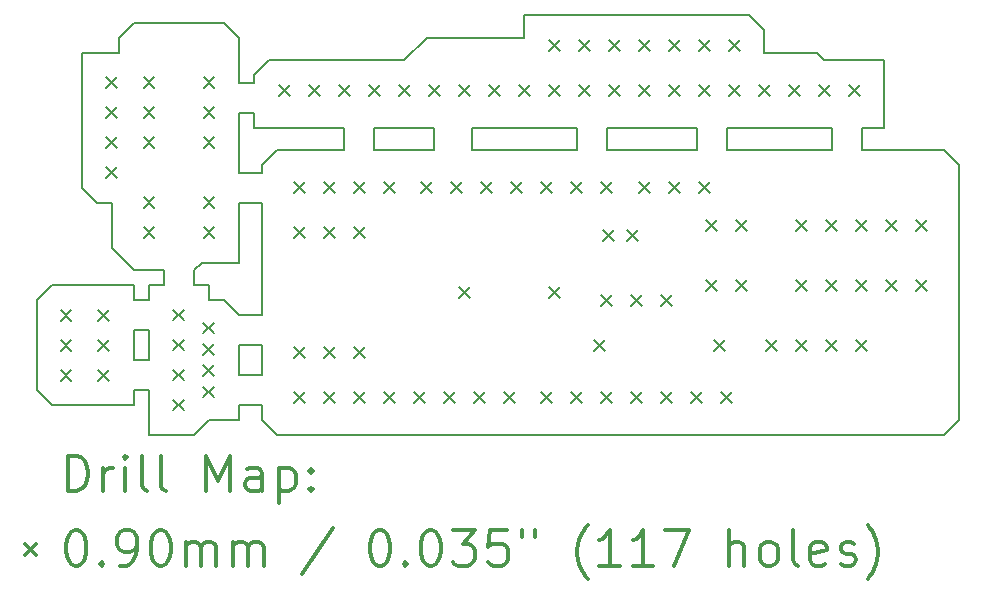
<source format=gbr>
%FSLAX45Y45*%
G04 Gerber Fmt 4.5, Leading zero omitted, Abs format (unit mm)*
G04 Created by KiCad (PCBNEW 4.0.7-e1-6374~58~ubuntu16.04.1) date Tue Aug  8 22:46:09 2017*
%MOMM*%
%LPD*%
G01*
G04 APERTURE LIST*
%ADD10C,0.127000*%
%ADD11C,0.150000*%
%ADD12C,0.200000*%
%ADD13C,0.300000*%
G04 APERTURE END LIST*
D10*
D11*
X16764000Y-13525500D02*
X16764000Y-14033500D01*
X16256000Y-13525500D02*
X16764000Y-13525500D01*
X16192500Y-13462000D02*
X16256000Y-13525500D01*
X16129000Y-13462000D02*
X16192500Y-13462000D01*
X15748000Y-13462000D02*
X16129000Y-13462000D01*
X15748000Y-13271500D02*
X15748000Y-13462000D01*
X15621000Y-13144500D02*
X15748000Y-13271500D01*
X13716000Y-13144500D02*
X15621000Y-13144500D01*
X13716000Y-13335000D02*
X13716000Y-13144500D01*
X12890500Y-13335000D02*
X13716000Y-13335000D01*
X12700000Y-13525500D02*
X12890500Y-13335000D01*
X11557000Y-13525500D02*
X12700000Y-13525500D01*
X11430000Y-13652500D02*
X11557000Y-13525500D01*
X11430000Y-13716000D02*
X11430000Y-13652500D01*
X16764000Y-14097000D02*
X16764000Y-14033500D01*
X15176500Y-14097000D02*
X14414500Y-14097000D01*
X14160500Y-14097000D02*
X13271500Y-14097000D01*
X16319500Y-14097000D02*
X15430500Y-14097000D01*
X12954000Y-14097000D02*
X12446000Y-14097000D01*
X11430000Y-13970000D02*
X11430000Y-14097000D01*
X12192000Y-14097000D02*
X12192000Y-14224000D01*
X11430000Y-14097000D02*
X12192000Y-14097000D01*
X16764000Y-14097000D02*
X16573500Y-14097000D01*
X11430000Y-13652500D02*
X11430000Y-13716000D01*
X11430000Y-13716000D02*
X11303000Y-13716000D01*
X11303000Y-13970000D02*
X11430000Y-13970000D01*
X12192000Y-14287500D02*
X12192000Y-14224000D01*
X12446000Y-14097000D02*
X12446000Y-14287500D01*
X12954000Y-14287500D02*
X12954000Y-14097000D01*
X13271500Y-14097000D02*
X13271500Y-14287500D01*
X14160500Y-14287500D02*
X14160500Y-14097000D01*
X14414500Y-14097000D02*
X14414500Y-14287500D01*
X15176500Y-14287500D02*
X15176500Y-14097000D01*
X15430500Y-14097000D02*
X15430500Y-14287500D01*
X16319500Y-14287500D02*
X16319500Y-14097000D01*
X16573500Y-14097000D02*
X16573500Y-14287500D01*
X11493500Y-16192500D02*
X11430000Y-16192500D01*
X11493500Y-15938500D02*
X11493500Y-16192500D01*
X11430000Y-15938500D02*
X11493500Y-15938500D01*
X11493500Y-16446500D02*
X11430000Y-16446500D01*
X11493500Y-16510000D02*
X11493500Y-16446500D01*
X11493500Y-15684500D02*
X11493500Y-14732000D01*
X11430000Y-15684500D02*
X11493500Y-15684500D01*
X10922000Y-15303500D02*
X10922000Y-15430500D01*
X10668000Y-15430500D02*
X10668000Y-15303500D01*
X17272000Y-14287500D02*
X16764000Y-14287500D01*
X17272000Y-14287500D02*
X17399000Y-14414500D01*
X17399000Y-16573500D02*
X17399000Y-14414500D01*
X17272000Y-16700500D02*
X17399000Y-16573500D01*
X11620500Y-16700500D02*
X17272000Y-16700500D01*
X11493500Y-16510000D02*
X11493500Y-16573500D01*
X11493500Y-16573500D02*
X11620500Y-16700500D01*
X14414500Y-14287500D02*
X15176500Y-14287500D01*
X13271500Y-14287500D02*
X14160500Y-14287500D01*
X15430500Y-14287500D02*
X16319500Y-14287500D01*
X12446000Y-14287500D02*
X12954000Y-14287500D01*
X11493500Y-14732000D02*
X11430000Y-14732000D01*
X11620500Y-14287500D02*
X12192000Y-14287500D01*
X11493500Y-14414500D02*
X11620500Y-14287500D01*
X11493500Y-14478000D02*
X11493500Y-14414500D01*
X11430000Y-14478000D02*
X11493500Y-14478000D01*
X11303000Y-16446500D02*
X11430000Y-16446500D01*
X11303000Y-16446500D02*
X11303000Y-16573500D01*
X11303000Y-16192500D02*
X11303000Y-15938500D01*
X11430000Y-16192500D02*
X11303000Y-16192500D01*
X11303000Y-15938500D02*
X11430000Y-15938500D01*
X11303000Y-15684500D02*
X11430000Y-15684500D01*
X11176000Y-15557500D02*
X11049000Y-15557500D01*
X11176000Y-15557500D02*
X11303000Y-15684500D01*
X11303000Y-15240000D02*
X11303000Y-14732000D01*
X11303000Y-14732000D02*
X11430000Y-14732000D01*
X11303000Y-14097000D02*
X11303000Y-13970000D01*
X11430000Y-14478000D02*
X11303000Y-14478000D01*
X11303000Y-14097000D02*
X11303000Y-14478000D01*
X10541000Y-16065500D02*
X10414000Y-16065500D01*
X10541000Y-15811500D02*
X10541000Y-16065500D01*
X10414000Y-15811500D02*
X10541000Y-15811500D01*
X10414000Y-16065500D02*
X10414000Y-15811500D01*
X10922000Y-15430500D02*
X11049000Y-15430500D01*
X10668000Y-15303500D02*
X10414000Y-15303500D01*
X10541000Y-15430500D02*
X10668000Y-15430500D01*
X10541000Y-15557500D02*
X10541000Y-15430500D01*
X10414000Y-15557500D02*
X10541000Y-15557500D01*
X10414000Y-16319500D02*
X10541000Y-16319500D01*
X11049000Y-15430500D02*
X11049000Y-15557500D01*
X10541000Y-16700500D02*
X10541000Y-16319500D01*
X11049000Y-16573500D02*
X11303000Y-16573500D01*
X10922000Y-16700500D02*
X11049000Y-16573500D01*
X10541000Y-16700500D02*
X10922000Y-16700500D01*
X10414000Y-16446500D02*
X10414000Y-16319500D01*
X10287000Y-16446500D02*
X10414000Y-16446500D01*
X10414000Y-15430500D02*
X10414000Y-15557500D01*
X10287000Y-15430500D02*
X10414000Y-15430500D01*
X9715500Y-16446500D02*
X10287000Y-16446500D01*
X9588500Y-16319500D02*
X9715500Y-16446500D01*
X9588500Y-15557500D02*
X9588500Y-16319500D01*
X9715500Y-15430500D02*
X9588500Y-15557500D01*
X10287000Y-15430500D02*
X9715500Y-15430500D01*
X10985500Y-15240000D02*
X11303000Y-15240000D01*
X10922000Y-15303500D02*
X10985500Y-15240000D01*
X10223500Y-15113000D02*
X10414000Y-15303500D01*
X10223500Y-14859000D02*
X10223500Y-15113000D01*
X10223500Y-14732000D02*
X10223500Y-14859000D01*
X10096500Y-14732000D02*
X10223500Y-14732000D01*
X9969500Y-14605000D02*
X10096500Y-14732000D01*
X9969500Y-13462000D02*
X9969500Y-14605000D01*
X10287000Y-13462000D02*
X9969500Y-13462000D01*
X10287000Y-13335000D02*
X10287000Y-13462000D01*
X10414000Y-13208000D02*
X10287000Y-13335000D01*
X11049000Y-13208000D02*
X10414000Y-13208000D01*
X11176000Y-13208000D02*
X11049000Y-13208000D01*
X11303000Y-13335000D02*
X11176000Y-13208000D01*
X11303000Y-13716000D02*
X11303000Y-13335000D01*
X16764000Y-14287500D02*
X16573500Y-14287500D01*
D12*
X9792239Y-15640776D02*
X9882239Y-15730776D01*
X9882239Y-15640776D02*
X9792239Y-15730776D01*
X9792239Y-15894776D02*
X9882239Y-15984776D01*
X9882239Y-15894776D02*
X9792239Y-15984776D01*
X9792239Y-16148776D02*
X9882239Y-16238776D01*
X9882239Y-16148776D02*
X9792239Y-16238776D01*
X10109740Y-15640776D02*
X10199740Y-15730776D01*
X10199740Y-15640776D02*
X10109740Y-15730776D01*
X10109740Y-15894776D02*
X10199740Y-15984776D01*
X10199740Y-15894776D02*
X10109740Y-15984776D01*
X10109740Y-16148776D02*
X10199740Y-16238776D01*
X10199740Y-16148776D02*
X10109740Y-16238776D01*
X10178500Y-13671000D02*
X10268500Y-13761000D01*
X10268500Y-13671000D02*
X10178500Y-13761000D01*
X10178500Y-13925000D02*
X10268500Y-14015000D01*
X10268500Y-13925000D02*
X10178500Y-14015000D01*
X10178500Y-14179000D02*
X10268500Y-14269000D01*
X10268500Y-14179000D02*
X10178500Y-14269000D01*
X10178500Y-14433000D02*
X10268500Y-14523000D01*
X10268500Y-14433000D02*
X10178500Y-14523000D01*
X10494405Y-13667148D02*
X10584405Y-13757148D01*
X10584405Y-13667148D02*
X10494405Y-13757148D01*
X10494405Y-13921148D02*
X10584405Y-14011148D01*
X10584405Y-13921148D02*
X10494405Y-14011148D01*
X10494405Y-14175148D02*
X10584405Y-14265148D01*
X10584405Y-14175148D02*
X10494405Y-14265148D01*
X10494405Y-14683148D02*
X10584405Y-14773148D01*
X10584405Y-14683148D02*
X10494405Y-14773148D01*
X10494405Y-14937148D02*
X10584405Y-15027148D01*
X10584405Y-14937148D02*
X10494405Y-15027148D01*
X10742957Y-15637066D02*
X10832957Y-15727066D01*
X10832957Y-15637066D02*
X10742957Y-15727066D01*
X10742957Y-15891066D02*
X10832957Y-15981066D01*
X10832957Y-15891066D02*
X10742957Y-15981066D01*
X10742957Y-16145066D02*
X10832957Y-16235066D01*
X10832957Y-16145066D02*
X10742957Y-16235066D01*
X10742957Y-16399066D02*
X10832957Y-16489066D01*
X10832957Y-16399066D02*
X10742957Y-16489066D01*
X10996957Y-15748066D02*
X11086957Y-15838066D01*
X11086957Y-15748066D02*
X10996957Y-15838066D01*
X10996957Y-15928066D02*
X11086957Y-16018066D01*
X11086957Y-15928066D02*
X10996957Y-16018066D01*
X10996957Y-16108066D02*
X11086957Y-16198066D01*
X11086957Y-16108066D02*
X10996957Y-16198066D01*
X10996957Y-16288066D02*
X11086957Y-16378066D01*
X11086957Y-16288066D02*
X10996957Y-16378066D01*
X11002405Y-13667148D02*
X11092405Y-13757148D01*
X11092405Y-13667148D02*
X11002405Y-13757148D01*
X11002405Y-13921148D02*
X11092405Y-14011148D01*
X11092405Y-13921148D02*
X11002405Y-14011148D01*
X11002405Y-14175148D02*
X11092405Y-14265148D01*
X11092405Y-14175148D02*
X11002405Y-14265148D01*
X11002405Y-14683148D02*
X11092405Y-14773148D01*
X11092405Y-14683148D02*
X11002405Y-14773148D01*
X11002405Y-14937148D02*
X11092405Y-15027148D01*
X11092405Y-14937148D02*
X11002405Y-15027148D01*
X11639000Y-13734500D02*
X11729000Y-13824500D01*
X11729000Y-13734500D02*
X11639000Y-13824500D01*
X11766000Y-14560000D02*
X11856000Y-14650000D01*
X11856000Y-14560000D02*
X11766000Y-14650000D01*
X11766000Y-14941000D02*
X11856000Y-15031000D01*
X11856000Y-14941000D02*
X11766000Y-15031000D01*
X11766000Y-15957000D02*
X11856000Y-16047000D01*
X11856000Y-15957000D02*
X11766000Y-16047000D01*
X11766000Y-16338000D02*
X11856000Y-16428000D01*
X11856000Y-16338000D02*
X11766000Y-16428000D01*
X11893000Y-13734500D02*
X11983000Y-13824500D01*
X11983000Y-13734500D02*
X11893000Y-13824500D01*
X12020000Y-14560000D02*
X12110000Y-14650000D01*
X12110000Y-14560000D02*
X12020000Y-14650000D01*
X12020000Y-14941000D02*
X12110000Y-15031000D01*
X12110000Y-14941000D02*
X12020000Y-15031000D01*
X12020000Y-15957000D02*
X12110000Y-16047000D01*
X12110000Y-15957000D02*
X12020000Y-16047000D01*
X12020000Y-16338000D02*
X12110000Y-16428000D01*
X12110000Y-16338000D02*
X12020000Y-16428000D01*
X12147000Y-13734500D02*
X12237000Y-13824500D01*
X12237000Y-13734500D02*
X12147000Y-13824500D01*
X12274000Y-14560000D02*
X12364000Y-14650000D01*
X12364000Y-14560000D02*
X12274000Y-14650000D01*
X12274000Y-14941000D02*
X12364000Y-15031000D01*
X12364000Y-14941000D02*
X12274000Y-15031000D01*
X12274000Y-15957000D02*
X12364000Y-16047000D01*
X12364000Y-15957000D02*
X12274000Y-16047000D01*
X12274000Y-16338000D02*
X12364000Y-16428000D01*
X12364000Y-16338000D02*
X12274000Y-16428000D01*
X12401000Y-13734500D02*
X12491000Y-13824500D01*
X12491000Y-13734500D02*
X12401000Y-13824500D01*
X12528000Y-14560000D02*
X12618000Y-14650000D01*
X12618000Y-14560000D02*
X12528000Y-14650000D01*
X12528000Y-16338000D02*
X12618000Y-16428000D01*
X12618000Y-16338000D02*
X12528000Y-16428000D01*
X12655000Y-13734500D02*
X12745000Y-13824500D01*
X12745000Y-13734500D02*
X12655000Y-13824500D01*
X12782000Y-16338000D02*
X12872000Y-16428000D01*
X12872000Y-16338000D02*
X12782000Y-16428000D01*
X12845500Y-14560000D02*
X12935500Y-14650000D01*
X12935500Y-14560000D02*
X12845500Y-14650000D01*
X12909000Y-13734500D02*
X12999000Y-13824500D01*
X12999000Y-13734500D02*
X12909000Y-13824500D01*
X13036000Y-16338000D02*
X13126000Y-16428000D01*
X13126000Y-16338000D02*
X13036000Y-16428000D01*
X13099500Y-14560000D02*
X13189500Y-14650000D01*
X13189500Y-14560000D02*
X13099500Y-14650000D01*
X13163000Y-13734500D02*
X13253000Y-13824500D01*
X13253000Y-13734500D02*
X13163000Y-13824500D01*
X13163000Y-15449000D02*
X13253000Y-15539000D01*
X13253000Y-15449000D02*
X13163000Y-15539000D01*
X13290000Y-16338000D02*
X13380000Y-16428000D01*
X13380000Y-16338000D02*
X13290000Y-16428000D01*
X13353500Y-14560000D02*
X13443500Y-14650000D01*
X13443500Y-14560000D02*
X13353500Y-14650000D01*
X13417000Y-13734500D02*
X13507000Y-13824500D01*
X13507000Y-13734500D02*
X13417000Y-13824500D01*
X13544000Y-16338000D02*
X13634000Y-16428000D01*
X13634000Y-16338000D02*
X13544000Y-16428000D01*
X13607500Y-14560000D02*
X13697500Y-14650000D01*
X13697500Y-14560000D02*
X13607500Y-14650000D01*
X13671000Y-13734500D02*
X13761000Y-13824500D01*
X13761000Y-13734500D02*
X13671000Y-13824500D01*
X13861500Y-14560000D02*
X13951500Y-14650000D01*
X13951500Y-14560000D02*
X13861500Y-14650000D01*
X13861500Y-16338000D02*
X13951500Y-16428000D01*
X13951500Y-16338000D02*
X13861500Y-16428000D01*
X13925000Y-13353500D02*
X14015000Y-13443500D01*
X14015000Y-13353500D02*
X13925000Y-13443500D01*
X13925000Y-13734500D02*
X14015000Y-13824500D01*
X14015000Y-13734500D02*
X13925000Y-13824500D01*
X13925000Y-15449000D02*
X14015000Y-15539000D01*
X14015000Y-15449000D02*
X13925000Y-15539000D01*
X14115500Y-14560000D02*
X14205500Y-14650000D01*
X14205500Y-14560000D02*
X14115500Y-14650000D01*
X14115500Y-16338000D02*
X14205500Y-16428000D01*
X14205500Y-16338000D02*
X14115500Y-16428000D01*
X14179000Y-13353500D02*
X14269000Y-13443500D01*
X14269000Y-13353500D02*
X14179000Y-13443500D01*
X14179000Y-13734500D02*
X14269000Y-13824500D01*
X14269000Y-13734500D02*
X14179000Y-13824500D01*
X14306000Y-15893500D02*
X14396000Y-15983500D01*
X14396000Y-15893500D02*
X14306000Y-15983500D01*
X14369500Y-14560000D02*
X14459500Y-14650000D01*
X14459500Y-14560000D02*
X14369500Y-14650000D01*
X14369500Y-15512500D02*
X14459500Y-15602500D01*
X14459500Y-15512500D02*
X14369500Y-15602500D01*
X14369500Y-16338000D02*
X14459500Y-16428000D01*
X14459500Y-16338000D02*
X14369500Y-16428000D01*
X14382200Y-14966400D02*
X14472200Y-15056400D01*
X14472200Y-14966400D02*
X14382200Y-15056400D01*
X14433000Y-13353500D02*
X14523000Y-13443500D01*
X14523000Y-13353500D02*
X14433000Y-13443500D01*
X14433000Y-13734500D02*
X14523000Y-13824500D01*
X14523000Y-13734500D02*
X14433000Y-13824500D01*
X14585400Y-14966400D02*
X14675400Y-15056400D01*
X14675400Y-14966400D02*
X14585400Y-15056400D01*
X14623500Y-15512500D02*
X14713500Y-15602500D01*
X14713500Y-15512500D02*
X14623500Y-15602500D01*
X14623500Y-16338000D02*
X14713500Y-16428000D01*
X14713500Y-16338000D02*
X14623500Y-16428000D01*
X14687000Y-13353500D02*
X14777000Y-13443500D01*
X14777000Y-13353500D02*
X14687000Y-13443500D01*
X14687000Y-13734500D02*
X14777000Y-13824500D01*
X14777000Y-13734500D02*
X14687000Y-13824500D01*
X14687000Y-14560000D02*
X14777000Y-14650000D01*
X14777000Y-14560000D02*
X14687000Y-14650000D01*
X14877500Y-15512500D02*
X14967500Y-15602500D01*
X14967500Y-15512500D02*
X14877500Y-15602500D01*
X14877500Y-16338000D02*
X14967500Y-16428000D01*
X14967500Y-16338000D02*
X14877500Y-16428000D01*
X14941000Y-13353500D02*
X15031000Y-13443500D01*
X15031000Y-13353500D02*
X14941000Y-13443500D01*
X14941000Y-13734500D02*
X15031000Y-13824500D01*
X15031000Y-13734500D02*
X14941000Y-13824500D01*
X14941000Y-14560000D02*
X15031000Y-14650000D01*
X15031000Y-14560000D02*
X14941000Y-14650000D01*
X15131500Y-16338000D02*
X15221500Y-16428000D01*
X15221500Y-16338000D02*
X15131500Y-16428000D01*
X15195000Y-13353500D02*
X15285000Y-13443500D01*
X15285000Y-13353500D02*
X15195000Y-13443500D01*
X15195000Y-13734500D02*
X15285000Y-13824500D01*
X15285000Y-13734500D02*
X15195000Y-13824500D01*
X15195000Y-14560000D02*
X15285000Y-14650000D01*
X15285000Y-14560000D02*
X15195000Y-14650000D01*
X15258500Y-14877500D02*
X15348500Y-14967500D01*
X15348500Y-14877500D02*
X15258500Y-14967500D01*
X15258500Y-15385500D02*
X15348500Y-15475500D01*
X15348500Y-15385500D02*
X15258500Y-15475500D01*
X15322000Y-15893500D02*
X15412000Y-15983500D01*
X15412000Y-15893500D02*
X15322000Y-15983500D01*
X15385500Y-16338000D02*
X15475500Y-16428000D01*
X15475500Y-16338000D02*
X15385500Y-16428000D01*
X15449000Y-13353500D02*
X15539000Y-13443500D01*
X15539000Y-13353500D02*
X15449000Y-13443500D01*
X15449000Y-13734500D02*
X15539000Y-13824500D01*
X15539000Y-13734500D02*
X15449000Y-13824500D01*
X15512500Y-14877500D02*
X15602500Y-14967500D01*
X15602500Y-14877500D02*
X15512500Y-14967500D01*
X15512500Y-15385500D02*
X15602500Y-15475500D01*
X15602500Y-15385500D02*
X15512500Y-15475500D01*
X15703000Y-13734500D02*
X15793000Y-13824500D01*
X15793000Y-13734500D02*
X15703000Y-13824500D01*
X15766500Y-15893500D02*
X15856500Y-15983500D01*
X15856500Y-15893500D02*
X15766500Y-15983500D01*
X15957000Y-13734500D02*
X16047000Y-13824500D01*
X16047000Y-13734500D02*
X15957000Y-13824500D01*
X16020500Y-14877500D02*
X16110500Y-14967500D01*
X16110500Y-14877500D02*
X16020500Y-14967500D01*
X16020500Y-15385500D02*
X16110500Y-15475500D01*
X16110500Y-15385500D02*
X16020500Y-15475500D01*
X16020500Y-15893500D02*
X16110500Y-15983500D01*
X16110500Y-15893500D02*
X16020500Y-15983500D01*
X16211000Y-13734500D02*
X16301000Y-13824500D01*
X16301000Y-13734500D02*
X16211000Y-13824500D01*
X16274500Y-14877500D02*
X16364500Y-14967500D01*
X16364500Y-14877500D02*
X16274500Y-14967500D01*
X16274500Y-15385500D02*
X16364500Y-15475500D01*
X16364500Y-15385500D02*
X16274500Y-15475500D01*
X16274500Y-15893500D02*
X16364500Y-15983500D01*
X16364500Y-15893500D02*
X16274500Y-15983500D01*
X16465000Y-13734500D02*
X16555000Y-13824500D01*
X16555000Y-13734500D02*
X16465000Y-13824500D01*
X16528500Y-14877500D02*
X16618500Y-14967500D01*
X16618500Y-14877500D02*
X16528500Y-14967500D01*
X16528500Y-15385500D02*
X16618500Y-15475500D01*
X16618500Y-15385500D02*
X16528500Y-15475500D01*
X16528500Y-15893500D02*
X16618500Y-15983500D01*
X16618500Y-15893500D02*
X16528500Y-15983500D01*
X16782500Y-14877500D02*
X16872500Y-14967500D01*
X16872500Y-14877500D02*
X16782500Y-14967500D01*
X16782500Y-15385500D02*
X16872500Y-15475500D01*
X16872500Y-15385500D02*
X16782500Y-15475500D01*
X17036500Y-14877500D02*
X17126500Y-14967500D01*
X17126500Y-14877500D02*
X17036500Y-14967500D01*
X17036500Y-15385500D02*
X17126500Y-15475500D01*
X17126500Y-15385500D02*
X17036500Y-15475500D01*
D13*
X9852429Y-17173714D02*
X9852429Y-16873714D01*
X9923857Y-16873714D01*
X9966714Y-16888000D01*
X9995286Y-16916572D01*
X10009571Y-16945143D01*
X10023857Y-17002286D01*
X10023857Y-17045143D01*
X10009571Y-17102286D01*
X9995286Y-17130857D01*
X9966714Y-17159429D01*
X9923857Y-17173714D01*
X9852429Y-17173714D01*
X10152429Y-17173714D02*
X10152429Y-16973714D01*
X10152429Y-17030857D02*
X10166714Y-17002286D01*
X10181000Y-16988000D01*
X10209571Y-16973714D01*
X10238143Y-16973714D01*
X10338143Y-17173714D02*
X10338143Y-16973714D01*
X10338143Y-16873714D02*
X10323857Y-16888000D01*
X10338143Y-16902286D01*
X10352429Y-16888000D01*
X10338143Y-16873714D01*
X10338143Y-16902286D01*
X10523857Y-17173714D02*
X10495286Y-17159429D01*
X10481000Y-17130857D01*
X10481000Y-16873714D01*
X10681000Y-17173714D02*
X10652429Y-17159429D01*
X10638143Y-17130857D01*
X10638143Y-16873714D01*
X11023857Y-17173714D02*
X11023857Y-16873714D01*
X11123857Y-17088000D01*
X11223857Y-16873714D01*
X11223857Y-17173714D01*
X11495286Y-17173714D02*
X11495286Y-17016572D01*
X11481000Y-16988000D01*
X11452428Y-16973714D01*
X11395286Y-16973714D01*
X11366714Y-16988000D01*
X11495286Y-17159429D02*
X11466714Y-17173714D01*
X11395286Y-17173714D01*
X11366714Y-17159429D01*
X11352428Y-17130857D01*
X11352428Y-17102286D01*
X11366714Y-17073714D01*
X11395286Y-17059429D01*
X11466714Y-17059429D01*
X11495286Y-17045143D01*
X11638143Y-16973714D02*
X11638143Y-17273714D01*
X11638143Y-16988000D02*
X11666714Y-16973714D01*
X11723857Y-16973714D01*
X11752428Y-16988000D01*
X11766714Y-17002286D01*
X11781000Y-17030857D01*
X11781000Y-17116572D01*
X11766714Y-17145143D01*
X11752428Y-17159429D01*
X11723857Y-17173714D01*
X11666714Y-17173714D01*
X11638143Y-17159429D01*
X11909571Y-17145143D02*
X11923857Y-17159429D01*
X11909571Y-17173714D01*
X11895286Y-17159429D01*
X11909571Y-17145143D01*
X11909571Y-17173714D01*
X11909571Y-16988000D02*
X11923857Y-17002286D01*
X11909571Y-17016572D01*
X11895286Y-17002286D01*
X11909571Y-16988000D01*
X11909571Y-17016572D01*
X9491000Y-17623000D02*
X9581000Y-17713000D01*
X9581000Y-17623000D02*
X9491000Y-17713000D01*
X9909571Y-17503714D02*
X9938143Y-17503714D01*
X9966714Y-17518000D01*
X9981000Y-17532286D01*
X9995286Y-17560857D01*
X10009571Y-17618000D01*
X10009571Y-17689429D01*
X9995286Y-17746572D01*
X9981000Y-17775143D01*
X9966714Y-17789429D01*
X9938143Y-17803714D01*
X9909571Y-17803714D01*
X9881000Y-17789429D01*
X9866714Y-17775143D01*
X9852429Y-17746572D01*
X9838143Y-17689429D01*
X9838143Y-17618000D01*
X9852429Y-17560857D01*
X9866714Y-17532286D01*
X9881000Y-17518000D01*
X9909571Y-17503714D01*
X10138143Y-17775143D02*
X10152429Y-17789429D01*
X10138143Y-17803714D01*
X10123857Y-17789429D01*
X10138143Y-17775143D01*
X10138143Y-17803714D01*
X10295286Y-17803714D02*
X10352428Y-17803714D01*
X10381000Y-17789429D01*
X10395286Y-17775143D01*
X10423857Y-17732286D01*
X10438143Y-17675143D01*
X10438143Y-17560857D01*
X10423857Y-17532286D01*
X10409571Y-17518000D01*
X10381000Y-17503714D01*
X10323857Y-17503714D01*
X10295286Y-17518000D01*
X10281000Y-17532286D01*
X10266714Y-17560857D01*
X10266714Y-17632286D01*
X10281000Y-17660857D01*
X10295286Y-17675143D01*
X10323857Y-17689429D01*
X10381000Y-17689429D01*
X10409571Y-17675143D01*
X10423857Y-17660857D01*
X10438143Y-17632286D01*
X10623857Y-17503714D02*
X10652429Y-17503714D01*
X10681000Y-17518000D01*
X10695286Y-17532286D01*
X10709571Y-17560857D01*
X10723857Y-17618000D01*
X10723857Y-17689429D01*
X10709571Y-17746572D01*
X10695286Y-17775143D01*
X10681000Y-17789429D01*
X10652429Y-17803714D01*
X10623857Y-17803714D01*
X10595286Y-17789429D01*
X10581000Y-17775143D01*
X10566714Y-17746572D01*
X10552429Y-17689429D01*
X10552429Y-17618000D01*
X10566714Y-17560857D01*
X10581000Y-17532286D01*
X10595286Y-17518000D01*
X10623857Y-17503714D01*
X10852429Y-17803714D02*
X10852429Y-17603714D01*
X10852429Y-17632286D02*
X10866714Y-17618000D01*
X10895286Y-17603714D01*
X10938143Y-17603714D01*
X10966714Y-17618000D01*
X10981000Y-17646572D01*
X10981000Y-17803714D01*
X10981000Y-17646572D02*
X10995286Y-17618000D01*
X11023857Y-17603714D01*
X11066714Y-17603714D01*
X11095286Y-17618000D01*
X11109571Y-17646572D01*
X11109571Y-17803714D01*
X11252428Y-17803714D02*
X11252428Y-17603714D01*
X11252428Y-17632286D02*
X11266714Y-17618000D01*
X11295286Y-17603714D01*
X11338143Y-17603714D01*
X11366714Y-17618000D01*
X11381000Y-17646572D01*
X11381000Y-17803714D01*
X11381000Y-17646572D02*
X11395286Y-17618000D01*
X11423857Y-17603714D01*
X11466714Y-17603714D01*
X11495286Y-17618000D01*
X11509571Y-17646572D01*
X11509571Y-17803714D01*
X12095286Y-17489429D02*
X11838143Y-17875143D01*
X12481000Y-17503714D02*
X12509571Y-17503714D01*
X12538143Y-17518000D01*
X12552428Y-17532286D01*
X12566714Y-17560857D01*
X12581000Y-17618000D01*
X12581000Y-17689429D01*
X12566714Y-17746572D01*
X12552428Y-17775143D01*
X12538143Y-17789429D01*
X12509571Y-17803714D01*
X12481000Y-17803714D01*
X12452428Y-17789429D01*
X12438143Y-17775143D01*
X12423857Y-17746572D01*
X12409571Y-17689429D01*
X12409571Y-17618000D01*
X12423857Y-17560857D01*
X12438143Y-17532286D01*
X12452428Y-17518000D01*
X12481000Y-17503714D01*
X12709571Y-17775143D02*
X12723857Y-17789429D01*
X12709571Y-17803714D01*
X12695286Y-17789429D01*
X12709571Y-17775143D01*
X12709571Y-17803714D01*
X12909571Y-17503714D02*
X12938143Y-17503714D01*
X12966714Y-17518000D01*
X12981000Y-17532286D01*
X12995285Y-17560857D01*
X13009571Y-17618000D01*
X13009571Y-17689429D01*
X12995285Y-17746572D01*
X12981000Y-17775143D01*
X12966714Y-17789429D01*
X12938143Y-17803714D01*
X12909571Y-17803714D01*
X12881000Y-17789429D01*
X12866714Y-17775143D01*
X12852428Y-17746572D01*
X12838143Y-17689429D01*
X12838143Y-17618000D01*
X12852428Y-17560857D01*
X12866714Y-17532286D01*
X12881000Y-17518000D01*
X12909571Y-17503714D01*
X13109571Y-17503714D02*
X13295285Y-17503714D01*
X13195285Y-17618000D01*
X13238143Y-17618000D01*
X13266714Y-17632286D01*
X13281000Y-17646572D01*
X13295285Y-17675143D01*
X13295285Y-17746572D01*
X13281000Y-17775143D01*
X13266714Y-17789429D01*
X13238143Y-17803714D01*
X13152428Y-17803714D01*
X13123857Y-17789429D01*
X13109571Y-17775143D01*
X13566714Y-17503714D02*
X13423857Y-17503714D01*
X13409571Y-17646572D01*
X13423857Y-17632286D01*
X13452428Y-17618000D01*
X13523857Y-17618000D01*
X13552428Y-17632286D01*
X13566714Y-17646572D01*
X13581000Y-17675143D01*
X13581000Y-17746572D01*
X13566714Y-17775143D01*
X13552428Y-17789429D01*
X13523857Y-17803714D01*
X13452428Y-17803714D01*
X13423857Y-17789429D01*
X13409571Y-17775143D01*
X13695286Y-17503714D02*
X13695286Y-17560857D01*
X13809571Y-17503714D02*
X13809571Y-17560857D01*
X14252428Y-17918000D02*
X14238143Y-17903714D01*
X14209571Y-17860857D01*
X14195285Y-17832286D01*
X14181000Y-17789429D01*
X14166714Y-17718000D01*
X14166714Y-17660857D01*
X14181000Y-17589429D01*
X14195285Y-17546572D01*
X14209571Y-17518000D01*
X14238143Y-17475143D01*
X14252428Y-17460857D01*
X14523857Y-17803714D02*
X14352428Y-17803714D01*
X14438143Y-17803714D02*
X14438143Y-17503714D01*
X14409571Y-17546572D01*
X14381000Y-17575143D01*
X14352428Y-17589429D01*
X14809571Y-17803714D02*
X14638143Y-17803714D01*
X14723857Y-17803714D02*
X14723857Y-17503714D01*
X14695285Y-17546572D01*
X14666714Y-17575143D01*
X14638143Y-17589429D01*
X14909571Y-17503714D02*
X15109571Y-17503714D01*
X14981000Y-17803714D01*
X15452428Y-17803714D02*
X15452428Y-17503714D01*
X15581000Y-17803714D02*
X15581000Y-17646572D01*
X15566714Y-17618000D01*
X15538143Y-17603714D01*
X15495285Y-17603714D01*
X15466714Y-17618000D01*
X15452428Y-17632286D01*
X15766714Y-17803714D02*
X15738143Y-17789429D01*
X15723857Y-17775143D01*
X15709571Y-17746572D01*
X15709571Y-17660857D01*
X15723857Y-17632286D01*
X15738143Y-17618000D01*
X15766714Y-17603714D01*
X15809571Y-17603714D01*
X15838143Y-17618000D01*
X15852428Y-17632286D01*
X15866714Y-17660857D01*
X15866714Y-17746572D01*
X15852428Y-17775143D01*
X15838143Y-17789429D01*
X15809571Y-17803714D01*
X15766714Y-17803714D01*
X16038143Y-17803714D02*
X16009571Y-17789429D01*
X15995286Y-17760857D01*
X15995286Y-17503714D01*
X16266714Y-17789429D02*
X16238143Y-17803714D01*
X16181000Y-17803714D01*
X16152428Y-17789429D01*
X16138143Y-17760857D01*
X16138143Y-17646572D01*
X16152428Y-17618000D01*
X16181000Y-17603714D01*
X16238143Y-17603714D01*
X16266714Y-17618000D01*
X16281000Y-17646572D01*
X16281000Y-17675143D01*
X16138143Y-17703714D01*
X16395286Y-17789429D02*
X16423857Y-17803714D01*
X16481000Y-17803714D01*
X16509571Y-17789429D01*
X16523857Y-17760857D01*
X16523857Y-17746572D01*
X16509571Y-17718000D01*
X16481000Y-17703714D01*
X16438143Y-17703714D01*
X16409571Y-17689429D01*
X16395286Y-17660857D01*
X16395286Y-17646572D01*
X16409571Y-17618000D01*
X16438143Y-17603714D01*
X16481000Y-17603714D01*
X16509571Y-17618000D01*
X16623857Y-17918000D02*
X16638143Y-17903714D01*
X16666714Y-17860857D01*
X16681000Y-17832286D01*
X16695286Y-17789429D01*
X16709571Y-17718000D01*
X16709571Y-17660857D01*
X16695286Y-17589429D01*
X16681000Y-17546572D01*
X16666714Y-17518000D01*
X16638143Y-17475143D01*
X16623857Y-17460857D01*
M02*

</source>
